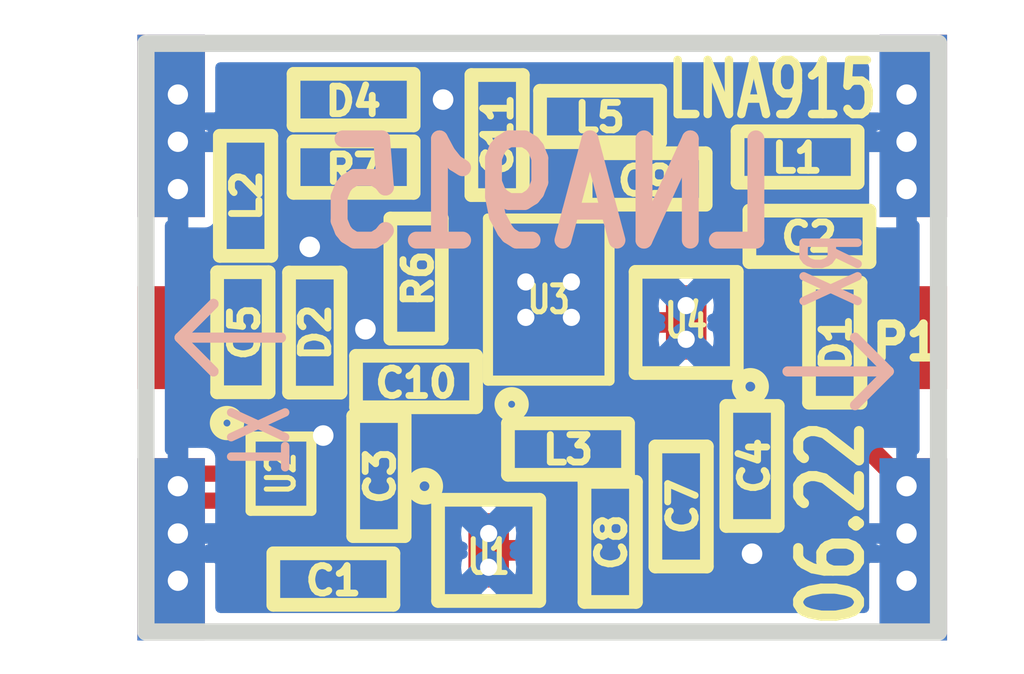
<source format=kicad_pcb>
(kicad_pcb (version 20171130) (host pcbnew 5.1.5)

  (general
    (thickness 0.8)
    (drawings 19)
    (tracks 138)
    (zones 0)
    (modules 24)
    (nets 18)
  )

  (page A4)
  (layers
    (0 F.Cu signal)
    (31 B.Cu signal)
    (32 B.Adhes user)
    (33 F.Adhes user)
    (34 B.Paste user)
    (35 F.Paste user)
    (36 B.SilkS user)
    (37 F.SilkS user)
    (38 B.Mask user)
    (39 F.Mask user)
    (40 Dwgs.User user)
    (41 Cmts.User user)
    (42 Eco1.User user)
    (43 Eco2.User user)
    (44 Edge.Cuts user)
    (45 Margin user)
    (46 B.CrtYd user)
    (47 F.CrtYd user)
    (48 B.Fab user)
    (49 F.Fab user)
  )

  (setup
    (last_trace_width 0.3048)
    (user_trace_width 0.2032)
    (user_trace_width 0.24)
    (user_trace_width 0.3048)
    (trace_clearance 0.127)
    (zone_clearance 0.2)
    (zone_45_only yes)
    (trace_min 0.1524)
    (via_size 0.635)
    (via_drill 0.3048)
    (via_min_size 0.4572)
    (via_min_drill 0.254)
    (user_via 0.508 0.254)
    (uvia_size 0.508)
    (uvia_drill 0.127)
    (uvias_allowed no)
    (uvia_min_size 0.4572)
    (uvia_min_drill 0.127)
    (edge_width 0.1)
    (segment_width 0.2)
    (pcb_text_width 0.3)
    (pcb_text_size 1.5 1.5)
    (mod_edge_width 0.15)
    (mod_text_size 1 1)
    (mod_text_width 0.15)
    (pad_size 4.064 1.524)
    (pad_drill 0)
    (pad_to_mask_clearance 0.0508)
    (pad_to_paste_clearance_ratio -0.05)
    (aux_axis_origin 0 0)
    (visible_elements FFFDFFFF)
    (pcbplotparams
      (layerselection 0x010f8_ffffffff)
      (usegerberextensions true)
      (usegerberattributes false)
      (usegerberadvancedattributes false)
      (creategerberjobfile false)
      (excludeedgelayer true)
      (linewidth 0.150000)
      (plotframeref false)
      (viasonmask false)
      (mode 1)
      (useauxorigin false)
      (hpglpennumber 1)
      (hpglpenspeed 20)
      (hpglpendiameter 15.000000)
      (psnegative false)
      (psa4output false)
      (plotreference false)
      (plotvalue false)
      (plotinvisibletext false)
      (padsonsilk false)
      (subtractmaskfromsilk false)
      (outputformat 1)
      (mirror false)
      (drillshape 0)
      (scaleselection 1)
      (outputdirectory "gerbers"))
  )

  (net 0 "")
  (net 1 GND)
  (net 2 VCC)
  (net 3 "Net-(C1-Pad1)")
  (net 4 "Net-(C1-Pad2)")
  (net 5 "Net-(C2-Pad1)")
  (net 6 "Net-(C2-Pad2)")
  (net 7 "Net-(C5-Pad1)")
  (net 8 "Net-(C5-Pad2)")
  (net 9 "Net-(C7-Pad2)")
  (net 10 "Net-(C8-Pad1)")
  (net 11 "Net-(C8-Pad2)")
  (net 12 "Net-(C9-Pad1)")
  (net 13 "Net-(C10-Pad2)")
  (net 14 "Net-(R6-Pad2)")
  (net 15 "Net-(C7-Pad1)")
  (net 16 "Net-(C9-Pad2)")
  (net 17 "Net-(D4-Pad2)")

  (net_class Default "This is the default net class."
    (clearance 0.127)
    (trace_width 0.1524)
    (via_dia 0.635)
    (via_drill 0.3048)
    (uvia_dia 0.508)
    (uvia_drill 0.127)
    (add_net GND)
    (add_net "Net-(C1-Pad1)")
    (add_net "Net-(C1-Pad2)")
    (add_net "Net-(C10-Pad2)")
    (add_net "Net-(C2-Pad1)")
    (add_net "Net-(C2-Pad2)")
    (add_net "Net-(C5-Pad1)")
    (add_net "Net-(C5-Pad2)")
    (add_net "Net-(C7-Pad1)")
    (add_net "Net-(C7-Pad2)")
    (add_net "Net-(C8-Pad1)")
    (add_net "Net-(C8-Pad2)")
    (add_net "Net-(C9-Pad1)")
    (add_net "Net-(C9-Pad2)")
    (add_net "Net-(D4-Pad2)")
    (add_net "Net-(R6-Pad2)")
    (add_net VCC)
  )

  (module LNA915:SMA-KIT-1.5MF (layer F.Cu) (tedit 5EF0C477) (tstamp 5EF12F5C)
    (at 136.863 100 180)
    (path /5EF2AE41)
    (fp_text reference P1 (at 0.6 -0.067) (layer F.SilkS)
      (effects (font (size 0.50038 0.50038) (thickness 0.12446)))
    )
    (fp_text value SMA-KIT-1.5MF (at 1.99898 4.0005) (layer F.Fab)
      (effects (font (size 0.50038 0.50038) (thickness 0.12446)))
    )
    (fp_text user %R (at 0.488 0.001) (layer F.Fab)
      (effects (font (size 0.50038 0.50038) (thickness 0.12446)))
    )
    (pad 4 smd rect (at 11.49 3.135) (size 1 2.7) (layers B.Cu B.Mask)
      (net 1 GND))
    (pad 4 thru_hole circle (at 11.39 3.6) (size 0.64 0.64) (drill 0.3) (layers *.Cu *.Mask)
      (net 1 GND))
    (pad 4 smd rect (at 11.49 -3.135) (size 1 2.7) (layers F.Cu F.Mask)
      (net 1 GND))
    (pad 4 thru_hole circle (at 11.39 -2.9) (size 0.64 0.64) (drill 0.3) (layers *.Cu *.Mask)
      (net 1 GND))
    (pad 4 thru_hole circle (at 11.39 2.2) (size 0.64 0.64) (drill 0.3) (layers *.Cu *.Mask)
      (net 1 GND))
    (pad 4 thru_hole circle (at 11.39 -2.2) (size 0.64 0.64) (drill 0.3) (layers *.Cu *.Mask)
      (net 1 GND))
    (pad 4 thru_hole circle (at 11.39 2.9) (size 0.64 0.64) (drill 0.3) (layers *.Cu *.Mask)
      (net 1 GND))
    (pad 4 smd rect (at 11.49 3.135) (size 1 2.7) (layers F.Cu F.Mask)
      (net 1 GND))
    (pad 3 smd rect (at 11.49 0) (size 1 1.524) (layers F.Cu F.Mask)
      (net 7 "Net-(C5-Pad1)"))
    (pad 4 smd rect (at 11.49 -3.135) (size 1 2.7) (layers B.Cu B.Mask)
      (net 1 GND))
    (pad 4 thru_hole circle (at 11.39 -3.6) (size 0.64 0.64) (drill 0.3) (layers *.Cu *.Mask)
      (net 1 GND))
    (pad 2 thru_hole circle (at 0.6 3.6 180) (size 0.64 0.64) (drill 0.3) (layers *.Cu *.Mask)
      (net 1 GND))
    (pad 2 thru_hole circle (at 0.6 2.9 180) (size 0.64 0.64) (drill 0.3) (layers *.Cu *.Mask)
      (net 1 GND))
    (pad 2 thru_hole circle (at 0.6 2.2 180) (size 0.64 0.64) (drill 0.3) (layers *.Cu *.Mask)
      (net 1 GND))
    (pad 2 thru_hole circle (at 0.6 -3.6 180) (size 0.64 0.64) (drill 0.3) (layers *.Cu *.Mask)
      (net 1 GND))
    (pad 2 thru_hole circle (at 0.6 -2.9 180) (size 0.64 0.64) (drill 0.3) (layers *.Cu *.Mask)
      (net 1 GND))
    (pad 2 thru_hole circle (at 0.6 -2.2 180) (size 0.64 0.64) (drill 0.3) (layers *.Cu *.Mask)
      (net 1 GND))
    (pad 1 smd rect (at 0.5 0 180) (size 1 1.524) (layers F.Cu F.Mask)
      (net 6 "Net-(C2-Pad2)"))
    (pad 2 smd rect (at 0.5 -3.135 180) (size 1 2.7) (layers F.Cu F.Mask)
      (net 1 GND))
    (pad 2 smd rect (at 0.5 3.135 180) (size 1 2.7) (layers B.Cu B.Mask)
      (net 1 GND))
    (pad 2 smd rect (at 0.5 -3.135 180) (size 1 2.7) (layers B.Cu B.Mask)
      (net 1 GND))
    (pad 2 smd rect (at 0.5 3.135 180) (size 1 2.7) (layers F.Cu F.Mask)
      (net 1 GND))
  )

  (module LNA915:GRF6011 (layer F.Cu) (tedit 5EF0421A) (tstamp 5EF03099)
    (at 133 99.775 180)
    (path /5EF6E285)
    (fp_text reference U4 (at 0 0.025) (layer F.SilkS)
      (effects (font (size 0.5 0.3) (thickness 0.075)))
    )
    (fp_text value SWITCH (at 0 1.2) (layer F.Fab) hide
      (effects (font (size 0.5 0.3) (thickness 0.075)))
    )
    (fp_line (start -0.7493 -0.7493) (end 0.7493 -0.7493) (layer F.SilkS) (width 0.2032))
    (fp_line (start -0.7493 0.7493) (end -0.7493 -0.7493) (layer F.SilkS) (width 0.2032))
    (fp_line (start 0.7493 0.7493) (end -0.7493 0.7493) (layer F.SilkS) (width 0.2032))
    (fp_line (start 0.7493 -0.7493) (end 0.7493 0.7493) (layer F.SilkS) (width 0.2032))
    (fp_circle (center -0.94996 -0.94996) (end -0.89916 -0.89916) (layer F.SilkS) (width 0.2032))
    (fp_text user %R (at 0 0) (layer F.Fab)
      (effects (font (size 0.5 0.3) (thickness 0.075)))
    )
    (pad 0 thru_hole circle (at 0 0.25 180) (size 0.508 0.508) (drill 0.254) (layers *.Cu *.Mask)
      (net 1 GND))
    (pad 0 thru_hole circle (at 0 -0.25 180) (size 0.508 0.508) (drill 0.254) (layers *.Cu *.Mask)
      (net 1 GND))
    (pad 0 smd rect (at 0 0 180) (size 0.6 1.1) (layers F.Cu F.Paste F.Mask)
      (net 1 GND))
    (pad 6 smd rect (at 0.75 -0.5 180) (size 0.4 0.2) (layers F.Cu F.Paste F.Mask)
      (net 9 "Net-(C7-Pad2)"))
    (pad 5 smd rect (at 0.75 0 180) (size 0.4 0.2) (layers F.Cu F.Paste F.Mask)
      (net 1 GND))
    (pad 4 smd rect (at 0.75 0.5 180) (size 0.4 0.2) (layers F.Cu F.Paste F.Mask)
      (net 16 "Net-(C9-Pad2)"))
    (pad 3 smd rect (at -0.75 0.5 180) (size 0.4 0.2) (layers F.Cu F.Paste F.Mask)
      (net 5 "Net-(C2-Pad1)"))
    (pad 2 smd rect (at -0.75 0 180) (size 0.4 0.2) (layers F.Cu F.Paste F.Mask)
      (net 2 VCC))
    (pad 1 smd rect (at -0.75 -0.5 180) (size 0.4 0.2) (layers F.Cu F.Paste F.Mask)
      (net 2 VCC))
  )

  (module LNA915:GRF6011 (layer F.Cu) (tedit 5EF0421A) (tstamp 5EF08A3E)
    (at 130.075 103.15)
    (path /5EF1EE32)
    (fp_text reference U1 (at 0 0.1) (layer F.SilkS)
      (effects (font (size 0.5 0.3) (thickness 0.075)))
    )
    (fp_text value SWITCH (at 0 1.2) (layer F.Fab) hide
      (effects (font (size 0.5 0.3) (thickness 0.075)))
    )
    (fp_line (start -0.7493 -0.7493) (end 0.7493 -0.7493) (layer F.SilkS) (width 0.2032))
    (fp_line (start -0.7493 0.7493) (end -0.7493 -0.7493) (layer F.SilkS) (width 0.2032))
    (fp_line (start 0.7493 0.7493) (end -0.7493 0.7493) (layer F.SilkS) (width 0.2032))
    (fp_line (start 0.7493 -0.7493) (end 0.7493 0.7493) (layer F.SilkS) (width 0.2032))
    (fp_circle (center -0.94996 -0.94996) (end -0.89916 -0.89916) (layer F.SilkS) (width 0.2032))
    (fp_text user %R (at 0 0) (layer F.Fab)
      (effects (font (size 0.5 0.3) (thickness 0.075)))
    )
    (pad 0 thru_hole circle (at 0 0.25) (size 0.508 0.508) (drill 0.254) (layers *.Cu *.Mask)
      (net 1 GND))
    (pad 0 thru_hole circle (at 0 -0.25) (size 0.508 0.508) (drill 0.254) (layers *.Cu *.Mask)
      (net 1 GND))
    (pad 0 smd rect (at 0 0) (size 0.6 1.1) (layers F.Cu F.Paste F.Mask)
      (net 1 GND))
    (pad 6 smd rect (at 0.75 -0.5) (size 0.4 0.2) (layers F.Cu F.Paste F.Mask)
      (net 15 "Net-(C7-Pad1)"))
    (pad 5 smd rect (at 0.75 0) (size 0.4 0.2) (layers F.Cu F.Paste F.Mask)
      (net 1 GND))
    (pad 4 smd rect (at 0.75 0.5) (size 0.4 0.2) (layers F.Cu F.Paste F.Mask)
      (net 10 "Net-(C8-Pad1)"))
    (pad 3 smd rect (at -0.75 0.5) (size 0.4 0.2) (layers F.Cu F.Paste F.Mask)
      (net 4 "Net-(C1-Pad2)"))
    (pad 2 smd rect (at -0.75 0) (size 0.4 0.2) (layers F.Cu F.Paste F.Mask)
      (net 2 VCC))
    (pad 1 smd rect (at -0.75 -0.5) (size 0.4 0.2) (layers F.Cu F.Paste F.Mask)
      (net 2 VCC))
  )

  (module gsg-modules:0402 (layer F.Cu) (tedit 4FB6CFE4) (tstamp 52F6BFEC)
    (at 128.075 96.475 180)
    (path /52F51772)
    (fp_text reference D4 (at 0.005 -0.025) (layer F.SilkS)
      (effects (font (size 0.4064 0.4064) (thickness 0.1016)))
    )
    (fp_text value LNALED (at 0 0.0508) (layer F.SilkS) hide
      (effects (font (size 0.4064 0.4064) (thickness 0.1016)))
    )
    (fp_line (start -0.889 -0.381) (end 0.889 -0.381) (layer F.SilkS) (width 0.2032))
    (fp_line (start -0.889 0.381) (end -0.889 -0.381) (layer F.SilkS) (width 0.2032))
    (fp_line (start 0.889 0.381) (end -0.889 0.381) (layer F.SilkS) (width 0.2032))
    (fp_line (start 0.889 -0.381) (end 0.889 0.381) (layer F.SilkS) (width 0.2032))
    (pad 1 smd rect (at -0.5334 0 180) (size 0.508 0.5588) (layers F.Cu F.Paste F.Mask)
      (net 1 GND))
    (pad 2 smd rect (at 0.5334 0 180) (size 0.508 0.5588) (layers F.Cu F.Paste F.Mask)
      (net 17 "Net-(D4-Pad2)"))
  )

  (module gsg-modules:0402 (layer F.Cu) (tedit 4FB6CFE4) (tstamp 5EF08D5E)
    (at 131.25 101.65 180)
    (path /52F68C24)
    (fp_text reference L3 (at 0.0008 -0.01) (layer F.SilkS)
      (effects (font (size 0.4064 0.4064) (thickness 0.1016)))
    )
    (fp_text value 39nH (at 0 0.0508) (layer F.SilkS) hide
      (effects (font (size 0.4064 0.4064) (thickness 0.1016)))
    )
    (fp_line (start 0.889 -0.381) (end 0.889 0.381) (layer F.SilkS) (width 0.2032))
    (fp_line (start 0.889 0.381) (end -0.889 0.381) (layer F.SilkS) (width 0.2032))
    (fp_line (start -0.889 0.381) (end -0.889 -0.381) (layer F.SilkS) (width 0.2032))
    (fp_line (start -0.889 -0.381) (end 0.889 -0.381) (layer F.SilkS) (width 0.2032))
    (pad 2 smd rect (at 0.5334 0 180) (size 0.508 0.5588) (layers F.Cu F.Paste F.Mask)
      (net 13 "Net-(C10-Pad2)"))
    (pad 1 smd rect (at -0.5334 0 180) (size 0.508 0.5588) (layers F.Cu F.Paste F.Mask)
      (net 11 "Net-(C8-Pad2)"))
  )

  (module gsg-modules:0402 (layer F.Cu) (tedit 4FB6CFE4) (tstamp 5EF08061)
    (at 126.475 97.9 90)
    (path /5F219001)
    (fp_text reference L2 (at 0 0.015 90) (layer F.SilkS)
      (effects (font (size 0.4064 0.4064) (thickness 0.1016)))
    )
    (fp_text value 39nH (at 0 0.0508 90) (layer F.SilkS) hide
      (effects (font (size 0.4064 0.4064) (thickness 0.1016)))
    )
    (fp_line (start -0.889 -0.381) (end 0.889 -0.381) (layer F.SilkS) (width 0.2032))
    (fp_line (start -0.889 0.381) (end -0.889 -0.381) (layer F.SilkS) (width 0.2032))
    (fp_line (start 0.889 0.381) (end -0.889 0.381) (layer F.SilkS) (width 0.2032))
    (fp_line (start 0.889 -0.381) (end 0.889 0.381) (layer F.SilkS) (width 0.2032))
    (pad 1 smd rect (at -0.5334 0 90) (size 0.508 0.5588) (layers F.Cu F.Paste F.Mask)
      (net 7 "Net-(C5-Pad1)"))
    (pad 2 smd rect (at 0.5334 0 90) (size 0.508 0.5588) (layers F.Cu F.Paste F.Mask)
      (net 2 VCC))
  )

  (module gsg-modules:0402 (layer F.Cu) (tedit 4FB6CFE4) (tstamp 5EF08D1D)
    (at 131.875 103.025 90)
    (path /52F69EB1)
    (fp_text reference C8 (at -0.005 0.0194 90) (layer F.SilkS)
      (effects (font (size 0.4064 0.4064) (thickness 0.1016)))
    )
    (fp_text value 100pF (at 0 0.0508 90) (layer F.SilkS) hide
      (effects (font (size 0.4064 0.4064) (thickness 0.1016)))
    )
    (fp_line (start 0.889 -0.381) (end 0.889 0.381) (layer F.SilkS) (width 0.2032))
    (fp_line (start 0.889 0.381) (end -0.889 0.381) (layer F.SilkS) (width 0.2032))
    (fp_line (start -0.889 0.381) (end -0.889 -0.381) (layer F.SilkS) (width 0.2032))
    (fp_line (start -0.889 -0.381) (end 0.889 -0.381) (layer F.SilkS) (width 0.2032))
    (pad 2 smd rect (at 0.5334 0 90) (size 0.508 0.5588) (layers F.Cu F.Paste F.Mask)
      (net 11 "Net-(C8-Pad2)"))
    (pad 1 smd rect (at -0.5334 0 90) (size 0.508 0.5588) (layers F.Cu F.Paste F.Mask)
      (net 10 "Net-(C8-Pad1)"))
  )

  (module gsg-modules:0402 (layer F.Cu) (tedit 4FB6CFE4) (tstamp 5EEFF72C)
    (at 133.975 101.9 90)
    (path /5F0987F0)
    (fp_text reference C4 (at 0 0.035 90) (layer F.SilkS)
      (effects (font (size 0.4064 0.4064) (thickness 0.1016)))
    )
    (fp_text value 100pF (at 0 0.0508 90) (layer F.SilkS) hide
      (effects (font (size 0.4064 0.4064) (thickness 0.1016)))
    )
    (fp_line (start -0.889 -0.381) (end 0.889 -0.381) (layer F.SilkS) (width 0.2032))
    (fp_line (start -0.889 0.381) (end -0.889 -0.381) (layer F.SilkS) (width 0.2032))
    (fp_line (start 0.889 0.381) (end -0.889 0.381) (layer F.SilkS) (width 0.2032))
    (fp_line (start 0.889 -0.381) (end 0.889 0.381) (layer F.SilkS) (width 0.2032))
    (pad 1 smd rect (at -0.5334 0 90) (size 0.508 0.5588) (layers F.Cu F.Paste F.Mask)
      (net 1 GND))
    (pad 2 smd rect (at 0.5334 0 90) (size 0.508 0.5588) (layers F.Cu F.Paste F.Mask)
      (net 2 VCC))
  )

  (module gsg-modules:0402 (layer F.Cu) (tedit 4FB6CFE4) (tstamp 5EF03181)
    (at 128.45 102.05 270)
    (path /5F078CB4)
    (fp_text reference C3 (at 0 -0.02 90) (layer F.SilkS)
      (effects (font (size 0.4064 0.4064) (thickness 0.1016)))
    )
    (fp_text value 100pF (at 0 0.0508 90) (layer F.SilkS) hide
      (effects (font (size 0.4064 0.4064) (thickness 0.1016)))
    )
    (fp_line (start -0.889 -0.381) (end 0.889 -0.381) (layer F.SilkS) (width 0.2032))
    (fp_line (start -0.889 0.381) (end -0.889 -0.381) (layer F.SilkS) (width 0.2032))
    (fp_line (start 0.889 0.381) (end -0.889 0.381) (layer F.SilkS) (width 0.2032))
    (fp_line (start 0.889 -0.381) (end 0.889 0.381) (layer F.SilkS) (width 0.2032))
    (pad 1 smd rect (at -0.5334 0 270) (size 0.508 0.5588) (layers F.Cu F.Paste F.Mask)
      (net 1 GND))
    (pad 2 smd rect (at 0.5334 0 270) (size 0.508 0.5588) (layers F.Cu F.Paste F.Mask)
      (net 2 VCC))
  )

  (module hackrf:GSG-TSLP-7-1 (layer F.Cu) (tedit 52F6B3C4) (tstamp 5EF12DA3)
    (at 130.9648 99.4364)
    (path /52F68792)
    (fp_text reference U3 (at 0 0) (layer F.SilkS)
      (effects (font (size 0.39878 0.29972) (thickness 0.07493)))
    )
    (fp_text value LNA (at 0 0) (layer F.SilkS) hide
      (effects (font (size 0.39878 0.29972) (thickness 0.0762)))
    )
    (fp_line (start -0.9 -1.2) (end 0.9 -1.2) (layer F.SilkS) (width 0.15))
    (fp_line (start 0.9 -1.2) (end 0.9 1.2) (layer F.SilkS) (width 0.15))
    (fp_line (start 0.9 1.2) (end -0.9 1.2) (layer F.SilkS) (width 0.15))
    (fp_line (start -0.9 1.2) (end -0.9 -1.2) (layer F.SilkS) (width 0.15))
    (fp_circle (center -0.54958 1.55) (end -0.49878 1.55) (layer F.SilkS) (width 0.2032))
    (pad 1 smd rect (at -0.55 0.85) (size 0.3 0.2) (layers F.Cu F.Paste F.Mask)
      (net 2 VCC) (die_length 3.40614))
    (pad 2 smd rect (at 0 0.85) (size 0.3 0.2) (layers F.Cu F.Paste F.Mask)
      (net 13 "Net-(C10-Pad2)"))
    (pad 3 smd rect (at 0.55 0.85) (size 0.3 0.2) (layers F.Cu F.Paste F.Mask)
      (net 11 "Net-(C8-Pad2)"))
    (pad 4 smd rect (at 0.55 -0.85) (size 0.3 0.2) (layers F.Cu F.Paste F.Mask)
      (net 12 "Net-(C9-Pad1)"))
    (pad 5 smd rect (at 0 -0.85) (size 0.3 0.2) (layers F.Cu F.Paste F.Mask)
      (net 2 VCC))
    (pad 6 smd rect (at -0.55 -0.85) (size 0.3 0.2) (layers F.Cu F.Paste F.Mask)
      (net 14 "Net-(R6-Pad2)"))
    (pad 7 smd rect (at -0.55 0) (size 0.3 0.2) (layers F.Cu F.Paste F.Mask)
      (net 1 GND))
    (pad 7 smd rect (at 0 0) (size 0.3 0.2) (layers F.Cu F.Paste F.Mask)
      (net 1 GND))
    (pad 7 smd rect (at 0.55 0) (size 0.3 0.2) (layers F.Cu F.Paste F.Mask)
      (net 1 GND))
    (pad 7 smd rect (at -0.55 -0.425) (size 0.3 0.2) (layers F.Cu F.Paste F.Mask)
      (net 1 GND))
    (pad 7 smd rect (at 0 -0.425) (size 0.3 0.2) (layers F.Cu F.Paste F.Mask)
      (net 1 GND))
    (pad 7 smd rect (at 0.55 -0.425) (size 0.3 0.2) (layers F.Cu F.Paste F.Mask)
      (net 1 GND))
    (pad 7 smd rect (at 0.55 0.425) (size 0.3 0.2) (layers F.Cu F.Paste F.Mask)
      (net 1 GND))
    (pad 7 smd rect (at 0 0.425) (size 0.3 0.2) (layers F.Cu F.Paste F.Mask)
      (net 1 GND))
    (pad 7 smd rect (at -0.55 0.425) (size 0.3 0.2) (layers F.Cu F.Paste F.Mask)
      (net 1 GND))
  )

  (module hackrf:GSG-F5Q (layer F.Cu) (tedit 52F6AFAA) (tstamp 5EF00C35)
    (at 126.9996 102.0142 270)
    (path /52F44412)
    (fp_text reference U2 (at 0 0 90) (layer F.SilkS)
      (effects (font (size 0.39878 0.29972) (thickness 0.07493)))
    )
    (fp_text value SAW (at 0 0 90) (layer F.SilkS) hide
      (effects (font (size 0.39878 0.29972) (thickness 0.0762)))
    )
    (fp_circle (center -0.74958 0.8) (end -0.69878 0.8) (layer F.SilkS) (width 0.2032))
    (fp_line (start -0.55 0.45) (end -0.55 -0.45) (layer F.SilkS) (width 0.15))
    (fp_line (start 0.55 0.45) (end -0.55 0.45) (layer F.SilkS) (width 0.15))
    (fp_line (start 0.55 -0.45) (end 0.55 0.45) (layer F.SilkS) (width 0.15))
    (fp_line (start -0.55 -0.45) (end 0.55 -0.45) (layer F.SilkS) (width 0.15))
    (pad 5 smd rect (at 0 -0.48 270) (size 0.24 0.75) (layers F.Cu F.Paste F.Mask)
      (net 1 GND))
    (pad 2 smd rect (at 0 0.48 270) (size 0.24 0.75) (layers F.Cu F.Paste F.Mask)
      (net 1 GND) (die_length 3.40614))
    (pad 4 smd rect (at 0.4 -0.48 270) (size 0.24 0.75) (layers F.Cu F.Paste F.Mask)
      (net 3 "Net-(C1-Pad1)") (die_length -1518.485687))
    (pad 3 smd rect (at 0.4 0.48 270) (size 0.24 0.75) (layers F.Cu F.Paste F.Mask)
      (net 1 GND) (die_length -1518.485687))
    (pad 1 smd rect (at -0.63 0 270) (size 0.7 0.29) (layers F.Cu F.Paste F.Mask)
      (net 8 "Net-(C5-Pad2)") (die_length 3.40614))
  )

  (module gsg-modules:0402 (layer F.Cu) (tedit 4FB6CFE4) (tstamp 5EF09A23)
    (at 128.075 97.475 180)
    (path /52F68CBB)
    (fp_text reference R7 (at 0 -0.0288) (layer F.SilkS)
      (effects (font (size 0.4064 0.4064) (thickness 0.1016)))
    )
    (fp_text value 470 (at 0 0.0508) (layer F.SilkS) hide
      (effects (font (size 0.4064 0.4064) (thickness 0.1016)))
    )
    (fp_line (start -0.889 -0.381) (end 0.889 -0.381) (layer F.SilkS) (width 0.2032))
    (fp_line (start -0.889 0.381) (end -0.889 -0.381) (layer F.SilkS) (width 0.2032))
    (fp_line (start 0.889 0.381) (end -0.889 0.381) (layer F.SilkS) (width 0.2032))
    (fp_line (start 0.889 -0.381) (end 0.889 0.381) (layer F.SilkS) (width 0.2032))
    (pad 1 smd rect (at -0.5334 0 180) (size 0.508 0.5588) (layers F.Cu F.Paste F.Mask)
      (net 2 VCC))
    (pad 2 smd rect (at 0.5334 0 180) (size 0.508 0.5588) (layers F.Cu F.Paste F.Mask)
      (net 17 "Net-(D4-Pad2)"))
  )

  (module gsg-modules:0402 (layer F.Cu) (tedit 4FB6CFE4) (tstamp 5EF0949D)
    (at 129 99.125 90)
    (path /52F68800)
    (fp_text reference R6 (at 0 0.0302 90) (layer F.SilkS)
      (effects (font (size 0.4064 0.4064) (thickness 0.1016)))
    )
    (fp_text value 3k (at 0 0.0508 90) (layer F.SilkS) hide
      (effects (font (size 0.4064 0.4064) (thickness 0.1016)))
    )
    (fp_line (start 0.889 -0.381) (end 0.889 0.381) (layer F.SilkS) (width 0.2032))
    (fp_line (start 0.889 0.381) (end -0.889 0.381) (layer F.SilkS) (width 0.2032))
    (fp_line (start -0.889 0.381) (end -0.889 -0.381) (layer F.SilkS) (width 0.2032))
    (fp_line (start -0.889 -0.381) (end 0.889 -0.381) (layer F.SilkS) (width 0.2032))
    (pad 2 smd rect (at 0.5334 0 90) (size 0.508 0.5588) (layers F.Cu F.Paste F.Mask)
      (net 14 "Net-(R6-Pad2)"))
    (pad 1 smd rect (at -0.5334 0 90) (size 0.508 0.5588) (layers F.Cu F.Paste F.Mask)
      (net 2 VCC))
  )

  (module gsg-modules:0402 (layer F.Cu) (tedit 4FB6CFE4) (tstamp 5EF03244)
    (at 131.725 96.725)
    (path /52F688CD)
    (fp_text reference L5 (at -0.005 0.015) (layer F.SilkS)
      (effects (font (size 0.4064 0.4064) (thickness 0.1016)))
    )
    (fp_text value 39nH (at 0 0.0508) (layer F.SilkS) hide
      (effects (font (size 0.4064 0.4064) (thickness 0.1016)))
    )
    (fp_line (start -0.889 -0.381) (end 0.889 -0.381) (layer F.SilkS) (width 0.2032))
    (fp_line (start -0.889 0.381) (end -0.889 -0.381) (layer F.SilkS) (width 0.2032))
    (fp_line (start 0.889 0.381) (end -0.889 0.381) (layer F.SilkS) (width 0.2032))
    (fp_line (start 0.889 -0.381) (end 0.889 0.381) (layer F.SilkS) (width 0.2032))
    (pad 1 smd rect (at -0.5334 0) (size 0.508 0.5588) (layers F.Cu F.Paste F.Mask)
      (net 2 VCC))
    (pad 2 smd rect (at 0.5334 0) (size 0.508 0.5588) (layers F.Cu F.Paste F.Mask)
      (net 12 "Net-(C9-Pad1)"))
  )

  (module gsg-modules:0402 (layer F.Cu) (tedit 4FB6CFE4) (tstamp 5EF091EC)
    (at 134.65 97.325 180)
    (path /52F68C64)
    (fp_text reference L1 (at 0.0076 -0.015) (layer F.SilkS)
      (effects (font (size 0.4064 0.4064) (thickness 0.1016)))
    )
    (fp_text value 39nH (at 0 0.0508) (layer F.SilkS) hide
      (effects (font (size 0.4064 0.4064) (thickness 0.1016)))
    )
    (fp_line (start -0.889 -0.381) (end 0.889 -0.381) (layer F.SilkS) (width 0.2032))
    (fp_line (start -0.889 0.381) (end -0.889 -0.381) (layer F.SilkS) (width 0.2032))
    (fp_line (start 0.889 0.381) (end -0.889 0.381) (layer F.SilkS) (width 0.2032))
    (fp_line (start 0.889 -0.381) (end 0.889 0.381) (layer F.SilkS) (width 0.2032))
    (pad 1 smd rect (at -0.5334 0 180) (size 0.508 0.5588) (layers F.Cu F.Paste F.Mask)
      (net 6 "Net-(C2-Pad2)"))
    (pad 2 smd rect (at 0.5334 0 180) (size 0.508 0.5588) (layers F.Cu F.Paste F.Mask)
      (net 2 VCC))
  )

  (module gsg-modules:0402 (layer F.Cu) (tedit 4FB6CFE4) (tstamp 5EF02082)
    (at 127.5 99.925 270)
    (path /52F69FCE)
    (fp_text reference D2 (at 0 -0.01 90) (layer F.SilkS)
      (effects (font (size 0.4064 0.4064) (thickness 0.1016)))
    )
    (fp_text value D_TVS (at 0 0.0508 90) (layer F.SilkS) hide
      (effects (font (size 0.4064 0.4064) (thickness 0.1016)))
    )
    (fp_line (start -0.889 -0.381) (end 0.889 -0.381) (layer F.SilkS) (width 0.2032))
    (fp_line (start -0.889 0.381) (end -0.889 -0.381) (layer F.SilkS) (width 0.2032))
    (fp_line (start 0.889 0.381) (end -0.889 0.381) (layer F.SilkS) (width 0.2032))
    (fp_line (start 0.889 -0.381) (end 0.889 0.381) (layer F.SilkS) (width 0.2032))
    (pad 1 smd rect (at -0.5334 0 270) (size 0.508 0.5588) (layers F.Cu F.Paste F.Mask)
      (net 1 GND))
    (pad 2 smd rect (at 0.5334 0 270) (size 0.508 0.5588) (layers F.Cu F.Paste F.Mask)
      (net 8 "Net-(C5-Pad2)"))
  )

  (module gsg-modules:0402 (layer F.Cu) (tedit 4FB6CFE4) (tstamp 5EF09236)
    (at 135.2 100.075 90)
    (path /52F44107)
    (fp_text reference D1 (at -0.005 0.02 90) (layer F.SilkS)
      (effects (font (size 0.4064 0.4064) (thickness 0.1016)))
    )
    (fp_text value D_TVS (at 0 0.0508 90) (layer F.SilkS) hide
      (effects (font (size 0.4064 0.4064) (thickness 0.1016)))
    )
    (fp_line (start -0.889 -0.381) (end 0.889 -0.381) (layer F.SilkS) (width 0.2032))
    (fp_line (start -0.889 0.381) (end -0.889 -0.381) (layer F.SilkS) (width 0.2032))
    (fp_line (start 0.889 0.381) (end -0.889 0.381) (layer F.SilkS) (width 0.2032))
    (fp_line (start 0.889 -0.381) (end 0.889 0.381) (layer F.SilkS) (width 0.2032))
    (pad 1 smd rect (at -0.5334 0 90) (size 0.508 0.5588) (layers F.Cu F.Paste F.Mask)
      (net 1 GND))
    (pad 2 smd rect (at 0.5334 0 90) (size 0.508 0.5588) (layers F.Cu F.Paste F.Mask)
      (net 6 "Net-(C2-Pad2)"))
  )

  (module gsg-modules:0402 (layer F.Cu) (tedit 4FB6CFE4) (tstamp 5EF09436)
    (at 130.2 97 270)
    (path /52F69F2A)
    (fp_text reference C11 (at 0 -0.01 90) (layer F.SilkS)
      (effects (font (size 0.4064 0.4064) (thickness 0.1016)))
    )
    (fp_text value 1uF (at 0 0.0508 90) (layer F.SilkS) hide
      (effects (font (size 0.4064 0.4064) (thickness 0.1016)))
    )
    (fp_line (start 0.889 -0.381) (end 0.889 0.381) (layer F.SilkS) (width 0.2032))
    (fp_line (start 0.889 0.381) (end -0.889 0.381) (layer F.SilkS) (width 0.2032))
    (fp_line (start -0.889 0.381) (end -0.889 -0.381) (layer F.SilkS) (width 0.2032))
    (fp_line (start -0.889 -0.381) (end 0.889 -0.381) (layer F.SilkS) (width 0.2032))
    (pad 2 smd rect (at 0.5334 0 270) (size 0.508 0.5588) (layers F.Cu F.Paste F.Mask)
      (net 2 VCC))
    (pad 1 smd rect (at -0.5334 0 270) (size 0.508 0.5588) (layers F.Cu F.Paste F.Mask)
      (net 1 GND))
  )

  (module gsg-modules:0402 (layer F.Cu) (tedit 4FB6CFE4) (tstamp 5EF08940)
    (at 129 100.65)
    (path /52F68A00)
    (fp_text reference C10 (at 0 0.0242) (layer F.SilkS)
      (effects (font (size 0.4064 0.4064) (thickness 0.1016)))
    )
    (fp_text value 1uF (at 0 0.0508) (layer F.SilkS) hide
      (effects (font (size 0.4064 0.4064) (thickness 0.1016)))
    )
    (fp_line (start 0.889 -0.381) (end 0.889 0.381) (layer F.SilkS) (width 0.2032))
    (fp_line (start 0.889 0.381) (end -0.889 0.381) (layer F.SilkS) (width 0.2032))
    (fp_line (start -0.889 0.381) (end -0.889 -0.381) (layer F.SilkS) (width 0.2032))
    (fp_line (start -0.889 -0.381) (end 0.889 -0.381) (layer F.SilkS) (width 0.2032))
    (pad 2 smd rect (at 0.5334 0) (size 0.508 0.5588) (layers F.Cu F.Paste F.Mask)
      (net 13 "Net-(C10-Pad2)"))
    (pad 1 smd rect (at -0.5334 0) (size 0.508 0.5588) (layers F.Cu F.Paste F.Mask)
      (net 1 GND))
  )

  (module gsg-modules:0402 (layer F.Cu) (tedit 4FB6CFE4) (tstamp 5EF090B0)
    (at 132.4 97.65)
    (path /52F69EBA)
    (fp_text reference C9 (at 0 0.0302) (layer F.SilkS)
      (effects (font (size 0.4064 0.4064) (thickness 0.1016)))
    )
    (fp_text value 100pF (at 0 0.0508) (layer F.SilkS) hide
      (effects (font (size 0.4064 0.4064) (thickness 0.1016)))
    )
    (fp_line (start 0.889 -0.381) (end 0.889 0.381) (layer F.SilkS) (width 0.2032))
    (fp_line (start 0.889 0.381) (end -0.889 0.381) (layer F.SilkS) (width 0.2032))
    (fp_line (start -0.889 0.381) (end -0.889 -0.381) (layer F.SilkS) (width 0.2032))
    (fp_line (start -0.889 -0.381) (end 0.889 -0.381) (layer F.SilkS) (width 0.2032))
    (pad 2 smd rect (at 0.5334 0) (size 0.508 0.5588) (layers F.Cu F.Paste F.Mask)
      (net 16 "Net-(C9-Pad2)"))
    (pad 1 smd rect (at -0.5334 0) (size 0.508 0.5588) (layers F.Cu F.Paste F.Mask)
      (net 12 "Net-(C9-Pad1)"))
  )

  (module gsg-modules:0402 (layer F.Cu) (tedit 4FB6CFE4) (tstamp 5EF031D8)
    (at 132.925 102.5 90)
    (path /52F69E98)
    (fp_text reference C7 (at 0 0.025 90) (layer F.SilkS)
      (effects (font (size 0.4064 0.4064) (thickness 0.1016)))
    )
    (fp_text value 100pF (at 0 0.0508 90) (layer F.SilkS) hide
      (effects (font (size 0.4064 0.4064) (thickness 0.1016)))
    )
    (fp_line (start -0.889 -0.381) (end 0.889 -0.381) (layer F.SilkS) (width 0.2032))
    (fp_line (start -0.889 0.381) (end -0.889 -0.381) (layer F.SilkS) (width 0.2032))
    (fp_line (start 0.889 0.381) (end -0.889 0.381) (layer F.SilkS) (width 0.2032))
    (fp_line (start 0.889 -0.381) (end 0.889 0.381) (layer F.SilkS) (width 0.2032))
    (pad 1 smd rect (at -0.5334 0 90) (size 0.508 0.5588) (layers F.Cu F.Paste F.Mask)
      (net 15 "Net-(C7-Pad1)"))
    (pad 2 smd rect (at 0.5334 0 90) (size 0.508 0.5588) (layers F.Cu F.Paste F.Mask)
      (net 9 "Net-(C7-Pad2)"))
  )

  (module gsg-modules:0402 (layer F.Cu) (tedit 4FB6CFE4) (tstamp 5EF00BAA)
    (at 126.435 99.92 270)
    (path /52F44170)
    (fp_text reference C5 (at 0 -0.025 90) (layer F.SilkS)
      (effects (font (size 0.4064 0.4064) (thickness 0.1016)))
    )
    (fp_text value 100pF (at 0 0.0508 90) (layer F.SilkS) hide
      (effects (font (size 0.4064 0.4064) (thickness 0.1016)))
    )
    (fp_line (start -0.889 -0.381) (end 0.889 -0.381) (layer F.SilkS) (width 0.2032))
    (fp_line (start -0.889 0.381) (end -0.889 -0.381) (layer F.SilkS) (width 0.2032))
    (fp_line (start 0.889 0.381) (end -0.889 0.381) (layer F.SilkS) (width 0.2032))
    (fp_line (start 0.889 -0.381) (end 0.889 0.381) (layer F.SilkS) (width 0.2032))
    (pad 1 smd rect (at -0.5334 0 270) (size 0.508 0.5588) (layers F.Cu F.Paste F.Mask)
      (net 7 "Net-(C5-Pad1)"))
    (pad 2 smd rect (at 0.5334 0 270) (size 0.508 0.5588) (layers F.Cu F.Paste F.Mask)
      (net 8 "Net-(C5-Pad2)"))
  )

  (module gsg-modules:0402 (layer F.Cu) (tedit 4FB6CFE4) (tstamp 5EF0912C)
    (at 134.825 98.5)
    (path /52F69EC3)
    (fp_text reference C2 (at -0.005 0.01) (layer F.SilkS)
      (effects (font (size 0.4064 0.4064) (thickness 0.1016)))
    )
    (fp_text value 100pF (at 0 0.0508) (layer F.SilkS) hide
      (effects (font (size 0.4064 0.4064) (thickness 0.1016)))
    )
    (fp_line (start -0.889 -0.381) (end 0.889 -0.381) (layer F.SilkS) (width 0.2032))
    (fp_line (start -0.889 0.381) (end -0.889 -0.381) (layer F.SilkS) (width 0.2032))
    (fp_line (start 0.889 0.381) (end -0.889 0.381) (layer F.SilkS) (width 0.2032))
    (fp_line (start 0.889 -0.381) (end 0.889 0.381) (layer F.SilkS) (width 0.2032))
    (pad 1 smd rect (at -0.5334 0) (size 0.508 0.5588) (layers F.Cu F.Paste F.Mask)
      (net 5 "Net-(C2-Pad1)"))
    (pad 2 smd rect (at 0.5334 0) (size 0.508 0.5588) (layers F.Cu F.Paste F.Mask)
      (net 6 "Net-(C2-Pad2)"))
  )

  (module gsg-modules:0402 (layer F.Cu) (tedit 4FB6CFE4) (tstamp 5EF00D29)
    (at 127.775 103.575)
    (path /52F69ECC)
    (fp_text reference C1 (at 0 0.0246) (layer F.SilkS)
      (effects (font (size 0.4064 0.4064) (thickness 0.1016)))
    )
    (fp_text value 100pF (at 0 0.0508) (layer F.SilkS) hide
      (effects (font (size 0.4064 0.4064) (thickness 0.1016)))
    )
    (fp_line (start -0.889 -0.381) (end 0.889 -0.381) (layer F.SilkS) (width 0.2032))
    (fp_line (start -0.889 0.381) (end -0.889 -0.381) (layer F.SilkS) (width 0.2032))
    (fp_line (start 0.889 0.381) (end -0.889 0.381) (layer F.SilkS) (width 0.2032))
    (fp_line (start 0.889 -0.381) (end 0.889 0.381) (layer F.SilkS) (width 0.2032))
    (pad 1 smd rect (at -0.5334 0) (size 0.508 0.5588) (layers F.Cu F.Paste F.Mask)
      (net 3 "Net-(C1-Pad1)"))
    (pad 2 smd rect (at 0.5334 0) (size 0.508 0.5588) (layers F.Cu F.Paste F.Mask)
      (net 4 "Net-(C1-Pad2)"))
  )

  (gr_text LNA915 (at 130.975 97.875) (layer B.SilkS) (tstamp 5EF0E1C2)
    (effects (font (size 1.5 1.2) (thickness 0.25)) (justify mirror))
  )
  (gr_line (start 125.5 100) (end 127 100) (layer B.SilkS) (width 0.15))
  (gr_line (start 126 100.5) (end 125.5 100) (layer B.SilkS) (width 0.15) (tstamp 5EF0A0C6))
  (gr_line (start 125.5 100) (end 126 100.5) (layer B.SilkS) (width 0.15))
  (gr_line (start 126 99.5) (end 125.5 100) (layer B.SilkS) (width 0.15) (tstamp 5EF0A0C4))
  (gr_line (start 125.5 100) (end 126 99.5) (layer B.SilkS) (width 0.15))
  (gr_line (start 136 100.5) (end 134.5 100.5) (layer B.SilkS) (width 0.15))
  (gr_line (start 136 100.5) (end 135.5 101) (layer B.SilkS) (width 0.15))
  (gr_line (start 136 100.5) (end 135.5 100) (layer B.SilkS) (width 0.15))
  (gr_text TX (at 126.625 101.5 270) (layer B.SilkS) (tstamp 5EF0A078)
    (effects (font (size 0.8 0.55) (thickness 0.125)) (justify mirror))
  )
  (gr_text RX (at 135.175 99 90) (layer B.SilkS) (tstamp 5EF0A070)
    (effects (font (size 0.8 0.55) (thickness 0.125)) (justify mirror))
  )
  (gr_text 06.22 (at 135.15 102.75 90) (layer F.SilkS) (tstamp 5EF09D84)
    (effects (font (size 0.9 0.7) (thickness 0.15)))
  )
  (gr_text LNA915 (at 134.275 96.325) (layer F.SilkS)
    (effects (font (size 0.8 0.55) (thickness 0.125)))
  )
  (gr_line (start 122.8486 96.023) (end 138 96.023) (angle 90) (layer Margin) (width 0.02) (tstamp 5EF0269E))
  (gr_line (start 123.3236 103.977) (end 138 103.977) (angle 90) (layer Margin) (width 0.02) (tstamp 5EF09D81))
  (gr_line (start 136.736 95.642) (end 125 95.642) (angle 90) (layer Edge.Cuts) (width 0.254) (tstamp 5EF02533))
  (gr_line (start 136.736 104.358) (end 136.736 95.642) (angle 90) (layer Edge.Cuts) (width 0.254))
  (gr_line (start 125 104.358) (end 136.736 104.358) (angle 90) (layer Edge.Cuts) (width 0.254) (tstamp 5EF0252A))
  (gr_line (start 125 95.642) (end 125 104.358) (angle 90) (layer Edge.Cuts) (width 0.254) (tstamp 5EEF80E8))

  (via (at 130.625 99.175) (size 0.508) (drill 0.254) (layers F.Cu B.Cu) (net 1) (tstamp 5EF08A1F))
  (segment (start 130.4148 99.0114) (end 130.4614 99.0114) (width 0.2032) (layer F.Cu) (net 1) (tstamp 5EF08A19))
  (segment (start 130.4614 99.0114) (end 130.625 99.175) (width 0.2032) (layer F.Cu) (net 1) (tstamp 5EF08AD0))
  (via (at 130.625 99.7) (size 0.508) (drill 0.254) (layers F.Cu B.Cu) (net 1) (tstamp 5EF08A25))
  (segment (start 130.4148 99.8614) (end 130.4636 99.8614) (width 0.2032) (layer F.Cu) (net 1) (tstamp 5EF08A1C))
  (segment (start 130.4636 99.8614) (end 130.625 99.7) (width 0.2032) (layer F.Cu) (net 1) (tstamp 5EF08A28))
  (via (at 131.3 99.175) (size 0.508) (drill 0.254) (layers F.Cu B.Cu) (net 1) (tstamp 5EF08A16))
  (segment (start 131.5148 99.0114) (end 131.4636 99.0114) (width 0.2032) (layer F.Cu) (net 1) (tstamp 5EF08ACD))
  (segment (start 131.4636 99.0114) (end 131.3 99.175) (width 0.2032) (layer F.Cu) (net 1) (tstamp 5EF08ABE))
  (via (at 131.3 99.7) (size 0.508) (drill 0.254) (layers F.Cu B.Cu) (net 1) (tstamp 5EF08A70))
  (segment (start 131.5148 99.8614) (end 131.4614 99.8614) (width 0.2032) (layer F.Cu) (net 1) (tstamp 5EF08A13))
  (segment (start 131.4614 99.8614) (end 131.3 99.7) (width 0.2032) (layer F.Cu) (net 1) (tstamp 5EF08AC1))
  (via (at 127.425 98.6561) (size 0.635) (drill 0.3048) (layers F.Cu B.Cu) (net 1))
  (segment (start 127.5 99.3916) (end 127.5 98.7311) (width 0.3048) (layer F.Cu) (net 1))
  (segment (start 127.5 98.7311) (end 127.425 98.6561) (width 0.3048) (layer F.Cu) (net 1))
  (segment (start 128.45 100.6666) (end 128.4666 100.65) (width 0.3048) (layer F.Cu) (net 1))
  (segment (start 128.45 101.5166) (end 128.45 100.6666) (width 0.3048) (layer F.Cu) (net 1))
  (via (at 128.25 99.875) (size 0.635) (drill 0.3048) (layers F.Cu B.Cu) (net 1))
  (segment (start 128.4666 100.65) (end 128.4666 100.0916) (width 0.3048) (layer F.Cu) (net 1))
  (segment (start 128.4666 100.0916) (end 128.25 99.875) (width 0.3048) (layer F.Cu) (net 1))
  (segment (start 127.7666 99.3916) (end 128.25 99.875) (width 0.3048) (layer F.Cu) (net 1))
  (segment (start 127.5 99.3916) (end 127.7666 99.3916) (width 0.3048) (layer F.Cu) (net 1))
  (via (at 129.4 96.475) (size 0.635) (drill 0.3048) (layers F.Cu B.Cu) (net 1))
  (segment (start 130.2 96.4666) (end 129.4084 96.4666) (width 0.3048) (layer F.Cu) (net 1))
  (segment (start 129.4084 96.4666) (end 129.4 96.475) (width 0.3048) (layer F.Cu) (net 1))
  (segment (start 129.4 96.475) (end 128.6084 96.475) (width 0.3048) (layer F.Cu) (net 1))
  (segment (start 125.6872 102.4142) (end 125.473 102.2) (width 0.24) (layer F.Cu) (net 1))
  (segment (start 126.5196 102.4142) (end 125.6872 102.4142) (width 0.24) (layer F.Cu) (net 1))
  (segment (start 125.6588 102.0142) (end 125.473 102.2) (width 0.24) (layer F.Cu) (net 1))
  (segment (start 126.5196 102.0142) (end 125.6588 102.0142) (width 0.24) (layer F.Cu) (net 1))
  (segment (start 135.2 101.137) (end 136.263 102.2) (width 0.3048) (layer F.Cu) (net 1))
  (segment (start 135.2 100.6084) (end 135.2 101.137) (width 0.3048) (layer F.Cu) (net 1))
  (via (at 133.975 103.2) (size 0.635) (drill 0.3048) (layers F.Cu B.Cu) (net 1))
  (segment (start 133.975 102.4334) (end 133.975 103.2) (width 0.3048) (layer F.Cu) (net 1))
  (segment (start 130.825 103.15) (end 130.075 103.15) (width 0.3048) (layer F.Cu) (net 1))
  (segment (start 132.25 99.775) (end 133 99.775) (width 0.3048) (layer F.Cu) (net 1))
  (segment (start 125.475 101.225) (end 125.473 103.6) (width 0.3048) (layer B.Cu) (net 1))
  (segment (start 136.263 96.05) (end 136.263 103.6) (width 0.3048) (layer B.Cu) (net 1))
  (segment (start 125.475 96.125) (end 125.475 101.225) (width 0.3048) (layer B.Cu) (net 1))
  (segment (start 136.263 97.1) (end 125.473 97.1) (width 0.3048) (layer B.Cu) (net 1))
  (segment (start 125.473 102.9) (end 128.575 102.9) (width 0.3048) (layer B.Cu) (net 1))
  (segment (start 128.575 102.9) (end 129.45 102.025) (width 0.3048) (layer B.Cu) (net 1))
  (segment (start 129.45 102.025) (end 133.925 102.025) (width 0.3048) (layer B.Cu) (net 1))
  (segment (start 134.8 102.9) (end 136.263 102.9) (width 0.3048) (layer B.Cu) (net 1))
  (segment (start 133.925 102.025) (end 134.8 102.9) (width 0.3048) (layer B.Cu) (net 1))
  (segment (start 127.4796 101.5454) (end 127.4796 101.98239) (width 0.3048) (layer F.Cu) (net 1))
  (segment (start 127.625 101.45) (end 127.6916 101.5166) (width 0.3048) (layer F.Cu) (net 1))
  (segment (start 127.6916 101.5166) (end 128.45 101.5166) (width 0.3048) (layer F.Cu) (net 1))
  (segment (start 127.575 101.45) (end 127.4796 101.5454) (width 0.3048) (layer F.Cu) (net 1))
  (via (at 127.625 101.45) (size 0.635) (drill 0.3048) (layers F.Cu B.Cu) (net 1))
  (segment (start 127.625 101.45) (end 127.575 101.45) (width 0.3048) (layer F.Cu) (net 1))
  (segment (start 129.3511 103.15) (end 129.3511 102.64962) (width 0.3048) (layer F.Cu) (net 2))
  (segment (start 129.28488 102.5834) (end 129.3511 102.64962) (width 0.3048) (layer F.Cu) (net 2))
  (segment (start 128.45 102.5834) (end 129.28488 102.5834) (width 0.3048) (layer F.Cu) (net 2))
  (segment (start 134.1166 97.3504) (end 134.825 98.0588) (width 0.3048) (layer F.Cu) (net 2))
  (segment (start 134.1166 97.325) (end 134.1166 97.3504) (width 0.3048) (layer F.Cu) (net 2))
  (segment (start 134.026162 99.775) (end 133.7239 99.775) (width 0.3048) (layer F.Cu) (net 2))
  (segment (start 134.825 98.976162) (end 134.026162 99.775) (width 0.3048) (layer F.Cu) (net 2))
  (segment (start 134.825 98.0588) (end 134.825 98.976162) (width 0.3048) (layer F.Cu) (net 2))
  (segment (start 133.7239 99.775) (end 133.7239 100.27538) (width 0.3048) (layer F.Cu) (net 2))
  (segment (start 133.975 100.52648) (end 133.7239 100.27538) (width 0.3048) (layer F.Cu) (net 2))
  (segment (start 133.975 101.3666) (end 133.975 100.52648) (width 0.3048) (layer F.Cu) (net 2))
  (segment (start 129 99.6584) (end 129.5584 99.6584) (width 0.3048) (layer F.Cu) (net 2))
  (segment (start 130.1864 100.2864) (end 130.4148 100.2864) (width 0.3048) (layer F.Cu) (net 2))
  (segment (start 129.5584 99.6584) (end 130.1864 100.2864) (width 0.3048) (layer F.Cu) (net 2))
  (segment (start 127.193 98.0592) (end 128.0496 98.0592) (width 0.3048) (layer F.Cu) (net 2))
  (segment (start 128.0496 98.0592) (end 128.6084 97.5004) (width 0.3048) (layer F.Cu) (net 2))
  (segment (start 126.5004 97.3666) (end 127.193 98.0592) (width 0.3048) (layer F.Cu) (net 2))
  (segment (start 128.6084 97.5004) (end 128.6084 97.475) (width 0.3048) (layer F.Cu) (net 2))
  (segment (start 126.475 97.3666) (end 126.5004 97.3666) (width 0.3048) (layer F.Cu) (net 2))
  (segment (start 128.0496 98.7334) (end 128.0496 98.0592) (width 0.3048) (layer F.Cu) (net 2))
  (segment (start 128.9746 99.6584) (end 128.0496 98.7334) (width 0.3048) (layer F.Cu) (net 2))
  (segment (start 129 99.6584) (end 128.9746 99.6584) (width 0.3048) (layer F.Cu) (net 2))
  (segment (start 131.7504 96.1408) (end 131.1916 96.6996) (width 0.3048) (layer F.Cu) (net 2))
  (segment (start 132.9408 96.1408) (end 131.7504 96.1408) (width 0.3048) (layer F.Cu) (net 2))
  (segment (start 134.1166 97.3166) (end 132.9408 96.1408) (width 0.3048) (layer F.Cu) (net 2))
  (segment (start 131.1916 96.6996) (end 131.1916 96.725) (width 0.3048) (layer F.Cu) (net 2))
  (segment (start 134.1166 97.325) (end 134.1166 97.3166) (width 0.3048) (layer F.Cu) (net 2))
  (segment (start 131.0084 96.725) (end 130.2 97.5334) (width 0.3048) (layer F.Cu) (net 2))
  (segment (start 131.1916 96.725) (end 131.0084 96.725) (width 0.3048) (layer F.Cu) (net 2))
  (segment (start 128.6668 97.5334) (end 128.6084 97.475) (width 0.3048) (layer F.Cu) (net 2))
  (segment (start 130.2 97.5334) (end 128.6668 97.5334) (width 0.3048) (layer F.Cu) (net 2))
  (segment (start 130.9648 98.2982) (end 130.2 97.5334) (width 0.3048) (layer F.Cu) (net 2))
  (segment (start 130.9648 98.5864) (end 130.9648 98.2982) (width 0.3048) (layer F.Cu) (net 2))
  (segment (start 129 99.6584) (end 129 101.075) (width 0.3048) (layer F.Cu) (net 2))
  (segment (start 129.325 101.4) (end 129.325 102.65) (width 0.3048) (layer F.Cu) (net 2))
  (segment (start 129 101.075) (end 129.325 101.4) (width 0.3048) (layer F.Cu) (net 2))
  (segment (start 127.4796 103.337) (end 127.2416 103.575) (width 0.3048) (layer F.Cu) (net 3))
  (segment (start 127.4796 102.525) (end 127.4796 103.337) (width 0.3048) (layer F.Cu) (net 3))
  (segment (start 128.38378 103.65038) (end 128.3084 103.575) (width 0.3048) (layer F.Cu) (net 4))
  (segment (start 129.3511 103.65038) (end 128.38378 103.65038) (width 0.3048) (layer F.Cu) (net 4))
  (segment (start 134.2916 98.70692) (end 133.7239 99.27462) (width 0.3048) (layer F.Cu) (net 5))
  (segment (start 134.2916 98.5) (end 134.2916 98.70692) (width 0.3048) (layer F.Cu) (net 5))
  (segment (start 135.3584 99.3832) (end 135.2 99.5416) (width 0.3048) (layer F.Cu) (net 6))
  (segment (start 135.3584 98.5) (end 135.3584 99.3832) (width 0.3048) (layer F.Cu) (net 6))
  (segment (start 135.3584 97.5) (end 135.1834 97.325) (width 0.3048) (layer F.Cu) (net 6))
  (segment (start 135.3584 98.5) (end 135.3584 97.5) (width 0.3048) (layer F.Cu) (net 6))
  (segment (start 135.7842 99.5416) (end 136.2426 100) (width 0.3048) (layer F.Cu) (net 6))
  (segment (start 135.2 99.5416) (end 135.7842 99.5416) (width 0.3048) (layer F.Cu) (net 6))
  (segment (start 136.2426 100) (end 136.32959 100) (width 0.3048) (layer F.Cu) (net 6) (tstamp 5EF12C58))
  (segment (start 125.40641 99.83099) (end 125.40641 100) (width 0.3048) (layer F.Cu) (net 7))
  (segment (start 126.435 99.3866) (end 125.8508 99.3866) (width 0.3048) (layer F.Cu) (net 7))
  (segment (start 125.8508 99.3866) (end 125.40641 99.83099) (width 0.3048) (layer F.Cu) (net 7))
  (segment (start 126.475 99.3466) (end 126.435 99.3866) (width 0.3048) (layer F.Cu) (net 7))
  (segment (start 126.475 98.4334) (end 126.475 99.3466) (width 0.3048) (layer F.Cu) (net 7))
  (segment (start 126.435 100.4534) (end 126.6534 100.4534) (width 0.3048) (layer F.Cu) (net 8))
  (segment (start 126.9996 100.7996) (end 126.9996 101.3842) (width 0.3048) (layer F.Cu) (net 8))
  (segment (start 126.6534 100.4534) (end 126.9996 100.7996) (width 0.3048) (layer F.Cu) (net 8))
  (segment (start 127.3408 100.4584) (end 126.9996 100.7996) (width 0.3048) (layer F.Cu) (net 8))
  (segment (start 127.5 100.4584) (end 127.3408 100.4584) (width 0.3048) (layer F.Cu) (net 8))
  (segment (start 132.925 101.35354) (end 132.925 101.4078) (width 0.3048) (layer F.Cu) (net 9))
  (segment (start 132.2761 100.70464) (end 132.925 101.35354) (width 0.3048) (layer F.Cu) (net 9))
  (segment (start 132.925 101.4078) (end 132.925 101.9666) (width 0.3048) (layer F.Cu) (net 9))
  (segment (start 132.2761 100.27538) (end 132.2761 100.70464) (width 0.3048) (layer F.Cu) (net 9))
  (segment (start 131.78302 103.65038) (end 131.875 103.5584) (width 0.3048) (layer F.Cu) (net 10))
  (segment (start 130.7989 103.65038) (end 131.78302 103.65038) (width 0.3048) (layer F.Cu) (net 10))
  (segment (start 131.875 101.7416) (end 131.7834 101.65) (width 0.3048) (layer F.Cu) (net 11))
  (segment (start 131.875 102.4916) (end 131.875 101.7416) (width 0.3048) (layer F.Cu) (net 11))
  (segment (start 131.7834 101.65) (end 131.7834 100.6084) (width 0.3048) (layer F.Cu) (net 11))
  (segment (start 131.7834 100.6084) (end 131.575 100.4) (width 0.3048) (layer F.Cu) (net 11))
  (segment (start 131.5148 98.0018) (end 131.5148 98.5864) (width 0.3048) (layer F.Cu) (net 12))
  (segment (start 131.8666 97.65) (end 131.5148 98.0018) (width 0.3048) (layer F.Cu) (net 12))
  (segment (start 132.2584 97.2582) (end 131.8666 97.65) (width 0.3048) (layer F.Cu) (net 12))
  (segment (start 132.2584 96.725) (end 132.2584 97.2582) (width 0.3048) (layer F.Cu) (net 12))
  (segment (start 130.5334 101.65) (end 129.5334 100.65) (width 0.3048) (layer F.Cu) (net 13))
  (segment (start 130.7166 101.65) (end 130.5334 101.65) (width 0.3048) (layer F.Cu) (net 13))
  (segment (start 130.7166 101.65) (end 130.975 101.3916) (width 0.3048) (layer F.Cu) (net 13))
  (segment (start 130.975 101.3916) (end 130.975 100.4) (width 0.3048) (layer F.Cu) (net 13))
  (segment (start 129.0052 98.5864) (end 129 98.5916) (width 0.3048) (layer F.Cu) (net 14))
  (segment (start 130.4148 98.5864) (end 129.0052 98.5864) (width 0.3048) (layer F.Cu) (net 14))
  (segment (start 131.101162 102.64962) (end 130.7989 102.64962) (width 0.3048) (layer F.Cu) (net 15))
  (segment (start 131.476542 103.025) (end 131.101162 102.64962) (width 0.3048) (layer F.Cu) (net 15))
  (segment (start 132.3408 103.0334) (end 132.925 103.0334) (width 0.3048) (layer F.Cu) (net 15))
  (segment (start 132.3324 103.025) (end 132.3408 103.0334) (width 0.3048) (layer F.Cu) (net 15))
  (segment (start 131.476542 103.025) (end 132.3324 103.025) (width 0.3048) (layer F.Cu) (net 15))
  (segment (start 132.2761 98.3073) (end 132.2761 99.27462) (width 0.3048) (layer F.Cu) (net 16))
  (segment (start 132.9334 97.65) (end 132.2761 98.3073) (width 0.3048) (layer F.Cu) (net 16))
  (segment (start 127.5416 97.475) (end 127.5416 96.475) (width 0.3048) (layer F.Cu) (net 17))

  (zone (net 1) (net_name GND) (layer F.Cu) (tstamp 5EF131DB) (hatch edge 0.508)
    (connect_pads yes (clearance 0.1524))
    (min_thickness 0.254)
    (fill yes (arc_segments 16) (thermal_gap 0.3048) (thermal_bridge_width 0.3302))
    (polygon
      (pts
        (xy 130.075 100.075) (xy 130.075 98.8) (xy 131.875 98.8) (xy 131.875 100.075)
      )
    )
    (filled_polygon
      (pts
        (xy 131.257361 98.94578) (xy 131.289249 98.955453) (xy 131.348759 98.987261) (xy 131.430153 99.011952) (xy 131.5148 99.020289)
        (xy 131.599448 99.011952) (xy 131.680842 98.987261) (xy 131.740353 98.955452) (xy 131.748 98.953132) (xy 131.748 99.919667)
        (xy 131.719572 99.911044) (xy 131.6648 99.905649) (xy 131.3648 99.905649) (xy 131.310028 99.911044) (xy 131.257361 99.92702)
        (xy 131.2398 99.936407) (xy 131.222239 99.92702) (xy 131.169572 99.911044) (xy 131.1148 99.905649) (xy 130.8148 99.905649)
        (xy 130.760028 99.911044) (xy 130.707361 99.92702) (xy 130.6898 99.936407) (xy 130.672239 99.92702) (xy 130.640353 99.917348)
        (xy 130.580842 99.885539) (xy 130.499448 99.860848) (xy 130.43601 99.8546) (xy 130.365258 99.8546) (xy 130.202 99.691343)
        (xy 130.202 99.0182) (xy 130.43601 99.0182) (xy 130.499448 99.011952) (xy 130.580842 98.987261) (xy 130.640353 98.955452)
        (xy 130.672239 98.94578) (xy 130.6898 98.936393) (xy 130.707361 98.94578) (xy 130.739247 98.955452) (xy 130.798758 98.987261)
        (xy 130.880152 99.011952) (xy 130.9648 99.020289) (xy 131.049447 99.011952) (xy 131.130841 98.987261) (xy 131.190351 98.955453)
        (xy 131.222239 98.94578) (xy 131.2398 98.936393)
      )
    )
  )
  (zone (net 1) (net_name GND) (layer B.Cu) (tstamp 5EF131D8) (hatch edge 0.508)
    (connect_pads (clearance 0.1524))
    (min_thickness 0.1524)
    (fill yes (arc_segments 16) (thermal_gap 0.1524) (thermal_bridge_width 0.4))
    (polygon
      (pts
        (xy 124 95) (xy 124 105) (xy 138 105) (xy 138 95)
      )
    )
    (filled_polygon
      (pts
        (xy 135.6344 96.68405) (xy 135.69155 96.7412) (xy 135.84273 96.7412) (xy 135.785924 96.798006) (xy 135.837219 96.849301)
        (xy 135.75565 96.884414) (xy 135.72334 96.987535) (xy 135.723204 96.9888) (xy 135.69155 96.9888) (xy 135.6344 97.04595)
        (xy 135.633294 98.215) (xy 135.637708 98.259813) (xy 135.650779 98.302905) (xy 135.672006 98.342618) (xy 135.700573 98.377427)
        (xy 135.735382 98.405994) (xy 135.775095 98.427221) (xy 135.818187 98.440292) (xy 135.863 98.444706) (xy 136.18205 98.4436)
        (xy 136.2392 98.38645) (xy 136.2392 98.349209) (xy 136.257979 98.351231) (xy 136.365615 98.34162) (xy 136.380401 98.337281)
        (xy 136.3804 101.661886) (xy 136.375465 101.66034) (xy 136.268021 101.648769) (xy 136.2392 101.651342) (xy 136.2392 101.61355)
        (xy 136.18205 101.5564) (xy 135.863 101.555294) (xy 135.818187 101.559708) (xy 135.775095 101.572779) (xy 135.735382 101.594006)
        (xy 135.700573 101.622573) (xy 135.672006 101.657382) (xy 135.650779 101.697095) (xy 135.637708 101.740187) (xy 135.633294 101.785)
        (xy 135.6344 102.95405) (xy 135.69155 103.0112) (xy 135.723899 103.0112) (xy 135.751807 103.106308) (xy 135.75565 103.115586)
        (xy 135.837219 103.150699) (xy 135.785924 103.201994) (xy 135.84273 103.2588) (xy 135.69155 103.2588) (xy 135.6344 103.31595)
        (xy 135.633751 104.0024) (xy 126.102249 104.0024) (xy 126.102036 103.777086) (xy 129.872994 103.777086) (xy 129.899564 103.852089)
        (xy 129.991133 103.877628) (xy 130.085925 103.884812) (xy 130.180297 103.873366) (xy 130.250436 103.852089) (xy 130.277006 103.777086)
        (xy 130.075 103.57508) (xy 129.872994 103.777086) (xy 126.102036 103.777086) (xy 126.1016 103.31595) (xy 126.04445 103.2588)
        (xy 125.89327 103.2588) (xy 125.950076 103.201994) (xy 125.898781 103.150699) (xy 125.98035 103.115586) (xy 126.01266 103.012465)
        (xy 126.012796 103.0112) (xy 126.04445 103.0112) (xy 126.1016 102.95405) (xy 126.10164 102.910925) (xy 129.590188 102.910925)
        (xy 129.601634 103.005297) (xy 129.622911 103.075436) (xy 129.690382 103.099338) (xy 129.644819 103.144901) (xy 129.649918 103.15)
        (xy 129.644819 103.155099) (xy 129.690382 103.200662) (xy 129.622911 103.224564) (xy 129.597372 103.316133) (xy 129.590188 103.410925)
        (xy 129.601634 103.505297) (xy 129.622911 103.575436) (xy 129.697914 103.602006) (xy 129.89992 103.4) (xy 129.885778 103.385858)
        (xy 129.915189 103.356447) (xy 129.991133 103.377628) (xy 130.085925 103.384812) (xy 130.180297 103.373366) (xy 130.235104 103.35674)
        (xy 130.264222 103.385858) (xy 130.25008 103.4) (xy 130.452086 103.602006) (xy 130.527089 103.575436) (xy 130.552628 103.483867)
        (xy 130.559812 103.389075) (xy 130.548366 103.294703) (xy 130.527089 103.224564) (xy 130.459618 103.200662) (xy 130.505181 103.155099)
        (xy 130.500082 103.15) (xy 130.505181 103.144901) (xy 130.459618 103.099338) (xy 130.527089 103.075436) (xy 130.552628 102.983867)
        (xy 130.559812 102.889075) (xy 130.548366 102.794703) (xy 130.527089 102.724564) (xy 130.452086 102.697994) (xy 130.25008 102.9)
        (xy 130.264222 102.914142) (xy 130.234811 102.943553) (xy 130.158867 102.922372) (xy 130.064075 102.915188) (xy 129.969703 102.926634)
        (xy 129.914896 102.94326) (xy 129.885778 102.914142) (xy 129.89992 102.9) (xy 129.697914 102.697994) (xy 129.622911 102.724564)
        (xy 129.597372 102.816133) (xy 129.590188 102.910925) (xy 126.10164 102.910925) (xy 126.102007 102.522914) (xy 129.872994 102.522914)
        (xy 130.075 102.72492) (xy 130.277006 102.522914) (xy 130.250436 102.447911) (xy 130.158867 102.422372) (xy 130.064075 102.415188)
        (xy 129.969703 102.426634) (xy 129.899564 102.447911) (xy 129.872994 102.522914) (xy 126.102007 102.522914) (xy 126.102706 101.785)
        (xy 126.098292 101.740187) (xy 126.085221 101.697095) (xy 126.063994 101.657382) (xy 126.035427 101.622573) (xy 126.000618 101.594006)
        (xy 125.960905 101.572779) (xy 125.917813 101.559708) (xy 125.873 101.555294) (xy 125.55395 101.5564) (xy 125.4968 101.61355)
        (xy 125.4968 101.650791) (xy 125.478021 101.648769) (xy 125.370385 101.65838) (xy 125.3556 101.662718) (xy 125.3556 100.402086)
        (xy 132.797994 100.402086) (xy 132.824564 100.477089) (xy 132.916133 100.502628) (xy 133.010925 100.509812) (xy 133.105297 100.498366)
        (xy 133.175436 100.477089) (xy 133.202006 100.402086) (xy 133 100.20008) (xy 132.797994 100.402086) (xy 125.3556 100.402086)
        (xy 125.3556 99.535925) (xy 132.515188 99.535925) (xy 132.526634 99.630297) (xy 132.547911 99.700436) (xy 132.615382 99.724338)
        (xy 132.569819 99.769901) (xy 132.574918 99.775) (xy 132.569819 99.780099) (xy 132.615382 99.825662) (xy 132.547911 99.849564)
        (xy 132.522372 99.941133) (xy 132.515188 100.035925) (xy 132.526634 100.130297) (xy 132.547911 100.200436) (xy 132.622914 100.227006)
        (xy 132.82492 100.025) (xy 132.810778 100.010858) (xy 132.840189 99.981447) (xy 132.916133 100.002628) (xy 133.010925 100.009812)
        (xy 133.105297 99.998366) (xy 133.160104 99.98174) (xy 133.189222 100.010858) (xy 133.17508 100.025) (xy 133.377086 100.227006)
        (xy 133.452089 100.200436) (xy 133.477628 100.108867) (xy 133.484812 100.014075) (xy 133.473366 99.919703) (xy 133.452089 99.849564)
        (xy 133.384618 99.825662) (xy 133.430181 99.780099) (xy 133.425082 99.775) (xy 133.430181 99.769901) (xy 133.384618 99.724338)
        (xy 133.452089 99.700436) (xy 133.477628 99.608867) (xy 133.484812 99.514075) (xy 133.473366 99.419703) (xy 133.452089 99.349564)
        (xy 133.377086 99.322994) (xy 133.17508 99.525) (xy 133.189222 99.539142) (xy 133.159811 99.568553) (xy 133.083867 99.547372)
        (xy 132.989075 99.540188) (xy 132.894703 99.551634) (xy 132.839896 99.56826) (xy 132.810778 99.539142) (xy 132.82492 99.525)
        (xy 132.622914 99.322994) (xy 132.547911 99.349564) (xy 132.522372 99.441133) (xy 132.515188 99.535925) (xy 125.3556 99.535925)
        (xy 125.3556 99.147914) (xy 132.797994 99.147914) (xy 133 99.34992) (xy 133.202006 99.147914) (xy 133.175436 99.072911)
        (xy 133.083867 99.047372) (xy 132.989075 99.040188) (xy 132.894703 99.051634) (xy 132.824564 99.072911) (xy 132.797994 99.147914)
        (xy 125.3556 99.147914) (xy 125.3556 98.338114) (xy 125.360535 98.33966) (xy 125.467979 98.351231) (xy 125.4968 98.348658)
        (xy 125.4968 98.38645) (xy 125.55395 98.4436) (xy 125.873 98.444706) (xy 125.917813 98.440292) (xy 125.960905 98.427221)
        (xy 126.000618 98.405994) (xy 126.035427 98.377427) (xy 126.063994 98.342618) (xy 126.085221 98.302905) (xy 126.098292 98.259813)
        (xy 126.102706 98.215) (xy 126.1016 97.04595) (xy 126.04445 96.9888) (xy 126.012101 96.9888) (xy 125.984193 96.893692)
        (xy 125.98035 96.884414) (xy 125.898781 96.849301) (xy 125.950076 96.798006) (xy 125.89327 96.7412) (xy 126.04445 96.7412)
        (xy 126.1016 96.68405) (xy 126.102249 95.9976) (xy 135.633751 95.9976)
      )
    )
    (filled_polygon
      (pts
        (xy 136.3804 103.514036) (xy 136.3804 103.685964) (xy 136.277142 103.789222) (xy 136.263 103.77508) (xy 136.248858 103.789222)
        (xy 136.2392 103.779564) (xy 136.2392 103.449209) (xy 136.257979 103.451231) (xy 136.312708 103.446344)
      )
    )
    (filled_polygon
      (pts
        (xy 125.467979 103.451231) (xy 125.4968 103.448658) (xy 125.4968 103.779564) (xy 125.487142 103.789222) (xy 125.473 103.77508)
        (xy 125.458858 103.789222) (xy 125.3556 103.685964) (xy 125.3556 103.514036) (xy 125.423225 103.446411)
      )
    )
    (filled_polygon
      (pts
        (xy 125.467979 102.751231) (xy 125.4968 102.748658) (xy 125.4968 103.0112) (xy 125.565164 103.0112) (xy 125.522775 103.053589)
        (xy 125.478021 103.048769) (xy 125.423292 103.053656) (xy 125.3556 102.985964) (xy 125.3556 102.814036) (xy 125.423225 102.746411)
      )
    )
    (filled_polygon
      (pts
        (xy 136.3804 102.814036) (xy 136.3804 102.985964) (xy 136.312775 103.053589) (xy 136.268021 103.048769) (xy 136.213292 103.053656)
        (xy 136.170836 103.0112) (xy 136.2392 103.0112) (xy 136.2392 102.749209) (xy 136.257979 102.751231) (xy 136.312708 102.746344)
      )
    )
    (filled_polygon
      (pts
        (xy 125.4968 102.020436) (xy 125.4968 102.350791) (xy 125.478021 102.348769) (xy 125.423292 102.353656) (xy 125.3556 102.285964)
        (xy 125.3556 102.114036) (xy 125.458858 102.010778) (xy 125.473 102.02492) (xy 125.487142 102.010778)
      )
    )
    (filled_polygon
      (pts
        (xy 136.3804 102.114036) (xy 136.3804 102.285964) (xy 136.312775 102.353589) (xy 136.268021 102.348769) (xy 136.2392 102.351342)
        (xy 136.2392 102.020436) (xy 136.248858 102.010778) (xy 136.263 102.02492) (xy 136.277142 102.010778)
      )
    )
    (filled_polygon
      (pts
        (xy 136.380401 97.714037) (xy 136.380401 97.885963) (xy 136.277142 97.989222) (xy 136.263 97.97508) (xy 136.248858 97.989222)
        (xy 136.2392 97.979564) (xy 136.2392 97.649209) (xy 136.257979 97.651231) (xy 136.312708 97.646344)
      )
    )
    (filled_polygon
      (pts
        (xy 125.467979 97.651231) (xy 125.4968 97.648658) (xy 125.4968 97.979564) (xy 125.487142 97.989222) (xy 125.473 97.97508)
        (xy 125.458858 97.989222) (xy 125.3556 97.885964) (xy 125.3556 97.714036) (xy 125.423225 97.646411)
      )
    )
    (filled_polygon
      (pts
        (xy 125.565164 96.9888) (xy 125.4968 96.9888) (xy 125.4968 97.250791) (xy 125.478021 97.248769) (xy 125.423292 97.253656)
        (xy 125.3556 97.185964) (xy 125.3556 97.014036) (xy 125.423225 96.946411) (xy 125.467979 96.951231) (xy 125.522708 96.946344)
      )
    )
    (filled_polygon
      (pts
        (xy 136.380401 97.014037) (xy 136.380401 97.185963) (xy 136.312775 97.253589) (xy 136.268021 97.248769) (xy 136.2392 97.251342)
        (xy 136.2392 96.9888) (xy 136.170836 96.9888) (xy 136.213225 96.946411) (xy 136.257979 96.951231) (xy 136.312708 96.946344)
      )
    )
    (filled_polygon
      (pts
        (xy 125.4968 96.220436) (xy 125.4968 96.550791) (xy 125.478021 96.548769) (xy 125.423292 96.553656) (xy 125.3556 96.485964)
        (xy 125.3556 96.314036) (xy 125.458858 96.210778) (xy 125.473 96.22492) (xy 125.487142 96.210778)
      )
    )
    (filled_polygon
      (pts
        (xy 136.380401 96.314037) (xy 136.380401 96.485963) (xy 136.312775 96.553589) (xy 136.268021 96.548769) (xy 136.2392 96.551342)
        (xy 136.2392 96.220436) (xy 136.248858 96.210778) (xy 136.263 96.22492) (xy 136.277142 96.210778)
      )
    )
  )
)

</source>
